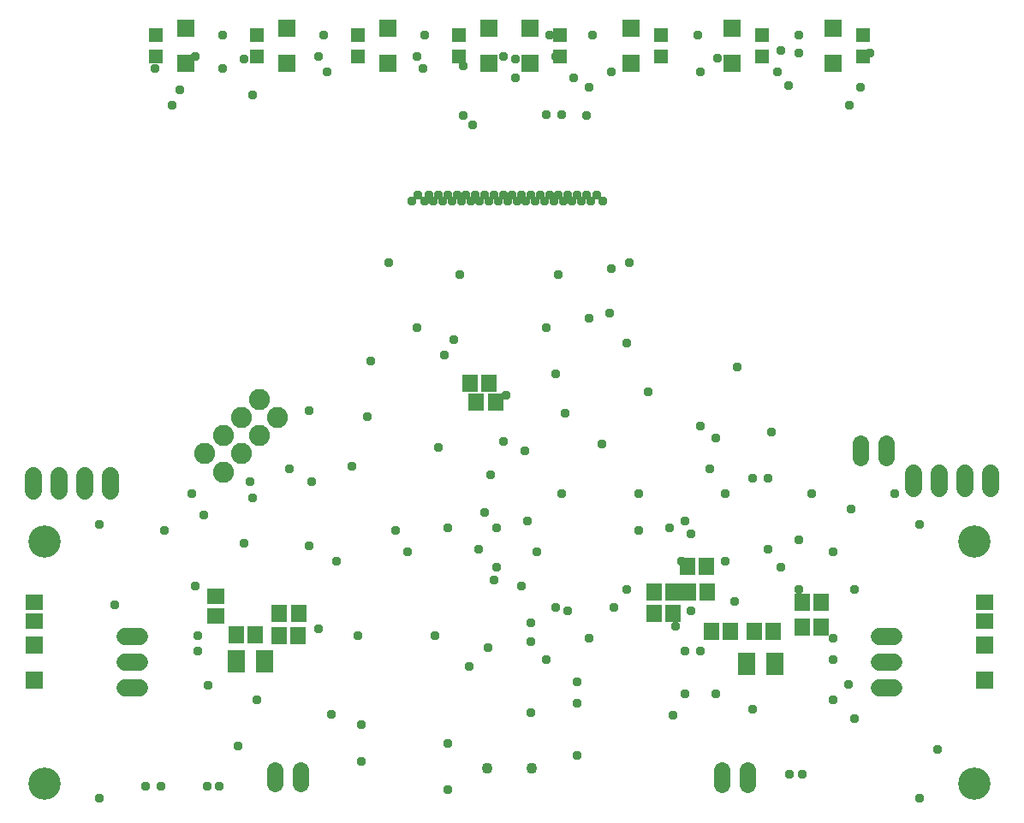
<source format=gbr>
G04 EAGLE Gerber RS-274X export*
G75*
%MOMM*%
%FSLAX34Y34*%
%LPD*%
%INSoldermask Bottom*%
%IPPOS*%
%AMOC8*
5,1,8,0,0,1.08239X$1,22.5*%
G01*
%ADD10R,1.503200X1.703200*%
%ADD11C,1.625600*%
%ADD12R,1.803200X2.203200*%
%ADD13C,1.727200*%
%ADD14R,1.803200X1.503200*%
%ADD15R,1.503200X1.803200*%
%ADD16R,1.403200X1.403200*%
%ADD17R,1.703200X1.703200*%
%ADD18C,3.203200*%
%ADD19C,1.711200*%
%ADD20C,2.082800*%
%ADD21C,1.103200*%
%ADD22C,0.959600*%


D10*
X467156Y407688D03*
X486156Y407688D03*
D11*
X293476Y43876D02*
X293476Y29652D01*
X268076Y29652D02*
X268076Y43876D01*
D12*
X258248Y150848D03*
X230248Y150848D03*
D10*
X271832Y176502D03*
X290832Y176502D03*
X272340Y198346D03*
X291340Y198346D03*
D12*
X762116Y148308D03*
X734116Y148308D03*
D13*
X28988Y319372D02*
X28988Y334612D01*
X54388Y334612D02*
X54388Y319372D01*
X79788Y319372D02*
X79788Y334612D01*
X105188Y334612D02*
X105188Y319372D01*
D14*
X209832Y196140D03*
X209832Y215140D03*
D10*
X229668Y177264D03*
X248668Y177264D03*
D15*
X699500Y180312D03*
X718500Y180312D03*
D10*
X742172Y180312D03*
X761172Y180312D03*
D16*
X850000Y749500D03*
X850000Y770500D03*
X750000Y749500D03*
X750000Y770500D03*
X650000Y749500D03*
X650000Y770500D03*
X550000Y749500D03*
X550000Y770500D03*
X450000Y749500D03*
X450000Y770500D03*
X350000Y749500D03*
X350000Y770500D03*
X250000Y749500D03*
X250000Y770500D03*
X150000Y749500D03*
X150000Y770500D03*
D17*
X820000Y777500D03*
X820000Y742500D03*
X720000Y777500D03*
X720000Y742500D03*
X620000Y777500D03*
X620000Y742500D03*
X520000Y777500D03*
X520000Y742500D03*
X380000Y777500D03*
X380000Y742500D03*
X280000Y777500D03*
X280000Y742500D03*
X180000Y777500D03*
X180000Y742500D03*
X480000Y777500D03*
X480000Y742500D03*
D18*
X40000Y30000D03*
X40000Y270000D03*
D19*
X119460Y175400D02*
X134540Y175400D01*
X134540Y150000D02*
X119460Y150000D01*
X119460Y124600D02*
X134540Y124600D01*
D18*
X960000Y270000D03*
X960000Y30000D03*
D19*
X880540Y124600D02*
X865460Y124600D01*
X865460Y150000D02*
X880540Y150000D01*
X880540Y175400D02*
X865460Y175400D01*
D10*
X460692Y425848D03*
X479692Y425848D03*
X676548Y219784D03*
X695548Y219784D03*
D20*
X252801Y410421D03*
X270761Y392461D03*
X234840Y392461D03*
X252801Y374500D03*
X216879Y374500D03*
X234840Y356539D03*
X198919Y356539D03*
X216879Y338579D03*
D10*
X789228Y209080D03*
X808228Y209080D03*
X789228Y184696D03*
X808228Y184696D03*
D13*
X976148Y322380D02*
X976148Y337620D01*
X950748Y337620D02*
X950748Y322380D01*
X925348Y322380D02*
X925348Y337620D01*
X899948Y337620D02*
X899948Y322380D01*
D17*
X970000Y132500D03*
X970000Y167500D03*
D14*
X970000Y190500D03*
X970000Y209500D03*
D17*
X30000Y132500D03*
X30000Y167500D03*
D14*
X30000Y190500D03*
X30000Y209500D03*
D11*
X847300Y352888D02*
X847300Y367112D01*
X872700Y367112D02*
X872700Y352888D01*
D15*
X694844Y244760D03*
X675844Y244760D03*
X661772Y219236D03*
X642772Y219236D03*
X661772Y198448D03*
X642772Y198448D03*
D21*
X478288Y44848D03*
X522288Y44848D03*
D11*
X735076Y43688D02*
X735076Y29464D01*
X709676Y29464D02*
X709676Y43688D01*
D22*
X582168Y771144D03*
X539496Y771144D03*
X579120Y719328D03*
X454152Y691162D03*
X463296Y682018D03*
X201168Y27432D03*
X249936Y112776D03*
X576072Y691162D03*
X109728Y207264D03*
X213360Y27432D03*
X155448Y27432D03*
X140208Y27432D03*
X438912Y70104D03*
X438912Y24384D03*
X566928Y57912D03*
X566928Y109728D03*
X673608Y118872D03*
X673608Y161544D03*
X579120Y173736D03*
X478536Y164592D03*
X460248Y146304D03*
X521208Y100584D03*
X740664Y103632D03*
X786384Y222504D03*
X841248Y222504D03*
X789432Y39624D03*
X777240Y39624D03*
X679704Y201168D03*
X679704Y277368D03*
X704088Y118872D03*
X353568Y88392D03*
X350520Y176784D03*
X627888Y280416D03*
X819912Y259080D03*
X722376Y210312D03*
X566928Y131064D03*
X274320Y195072D03*
X551688Y316992D03*
X591312Y365760D03*
X579120Y490728D03*
X304800Y329184D03*
X445008Y469392D03*
X362712Y448056D03*
X496824Y414528D03*
X554736Y396240D03*
X469392Y262128D03*
X399288Y259080D03*
X438912Y283464D03*
X429768Y362712D03*
X237744Y268224D03*
X188976Y225552D03*
X923544Y64008D03*
X512064Y225552D03*
X637032Y417576D03*
X548640Y533400D03*
X451104Y533400D03*
X231648Y67056D03*
X688848Y384048D03*
X758952Y377952D03*
X618744Y545592D03*
X381000Y545592D03*
X359664Y393192D03*
X94488Y286512D03*
X94488Y15240D03*
X353568Y51816D03*
X905256Y15240D03*
X905256Y286512D03*
X835152Y128016D03*
X755904Y262128D03*
X755904Y332232D03*
X420624Y612648D03*
X429768Y612648D03*
X438912Y612648D03*
X448056Y612648D03*
X457200Y612648D03*
X466344Y612648D03*
X475488Y612648D03*
X484632Y612648D03*
X493776Y612648D03*
X502920Y612648D03*
X512064Y612648D03*
X521208Y612648D03*
X530352Y612648D03*
X539496Y612648D03*
X548640Y612648D03*
X557784Y612648D03*
X566928Y612648D03*
X576072Y612648D03*
X415864Y606616D03*
X580456Y606616D03*
X425008Y606616D03*
X571312Y606616D03*
X434152Y606616D03*
X562168Y606616D03*
X443296Y606616D03*
X553024Y606616D03*
X452440Y606616D03*
X543880Y606616D03*
X461584Y606616D03*
X534736Y606616D03*
X525592Y606616D03*
X470728Y606616D03*
X479872Y606616D03*
X516448Y606616D03*
X507304Y606616D03*
X489016Y606616D03*
X498160Y606616D03*
X586552Y612712D03*
X592648Y606616D03*
X409768Y612712D03*
X403672Y606616D03*
X416072Y771162D03*
X216072Y771162D03*
X316072Y771162D03*
X686072Y771162D03*
X786072Y771162D03*
X836072Y701162D03*
X776072Y721162D03*
X166072Y701162D03*
X246072Y711162D03*
X323568Y98392D03*
X201648Y127056D03*
X310896Y182880D03*
X841248Y94488D03*
X661416Y97536D03*
X819912Y173736D03*
X819912Y152400D03*
X819912Y112776D03*
X551688Y691896D03*
X563880Y728472D03*
X173736Y716280D03*
X505968Y728472D03*
X847344Y719328D03*
X216408Y737616D03*
X320040Y734568D03*
X414528Y737616D03*
X688848Y734568D03*
X600456Y734568D03*
X765048Y734568D03*
X664464Y185928D03*
X627888Y316992D03*
X740664Y332232D03*
X713232Y316992D03*
X798576Y316992D03*
X158496Y280416D03*
X301752Y399288D03*
X198120Y295656D03*
X435864Y454152D03*
X493776Y368808D03*
X598932Y495300D03*
X536448Y481584D03*
X481584Y335280D03*
X557784Y201168D03*
X536448Y152400D03*
X545592Y204216D03*
X521208Y170688D03*
X704088Y371856D03*
X725424Y441960D03*
X487680Y243840D03*
X245872Y312928D03*
X282448Y341376D03*
X484632Y231648D03*
X670560Y249936D03*
X713232Y249936D03*
X786384Y271272D03*
X856488Y752856D03*
X768096Y755904D03*
X650000Y749500D03*
X545592Y749808D03*
X454152Y740664D03*
X350000Y749500D03*
X237744Y746760D03*
X149352Y737616D03*
X515112Y359664D03*
X545592Y435864D03*
X344424Y344424D03*
X487680Y283464D03*
X786384Y752856D03*
X705612Y748284D03*
X620990Y747246D03*
X505968Y746760D03*
X408432Y749808D03*
X310896Y749808D03*
X188976Y749808D03*
X493776Y749808D03*
X615696Y466344D03*
X600456Y539496D03*
X408432Y481584D03*
X697992Y341376D03*
X518160Y289560D03*
X536448Y691896D03*
X329184Y249936D03*
X475488Y298704D03*
X387096Y280416D03*
X658368Y283464D03*
X880872Y316992D03*
X838200Y301752D03*
X673608Y289560D03*
X192024Y176784D03*
X192024Y161544D03*
X688848Y161544D03*
X527304Y259080D03*
X426720Y176784D03*
X521208Y188976D03*
X243840Y329184D03*
X185928Y316992D03*
X768096Y243840D03*
X301752Y265176D03*
X615696Y222504D03*
X603504Y204216D03*
M02*

</source>
